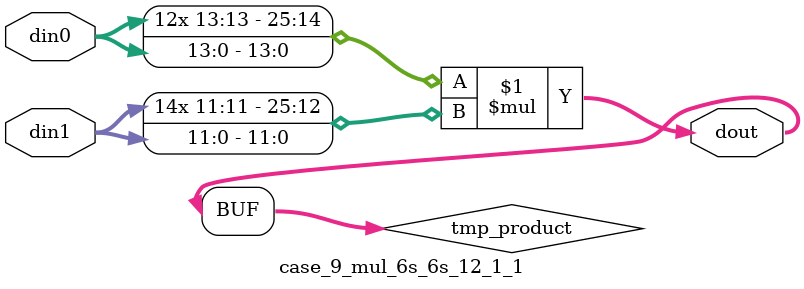
<source format=v>

`timescale 1 ns / 1 ps

 (* use_dsp = "no" *)  module case_9_mul_6s_6s_12_1_1(din0, din1, dout);
parameter ID = 1;
parameter NUM_STAGE = 0;
parameter din0_WIDTH = 14;
parameter din1_WIDTH = 12;
parameter dout_WIDTH = 26;

input [din0_WIDTH - 1 : 0] din0; 
input [din1_WIDTH - 1 : 0] din1; 
output [dout_WIDTH - 1 : 0] dout;

wire signed [dout_WIDTH - 1 : 0] tmp_product;



























assign tmp_product = $signed(din0) * $signed(din1);








assign dout = tmp_product;





















endmodule

</source>
